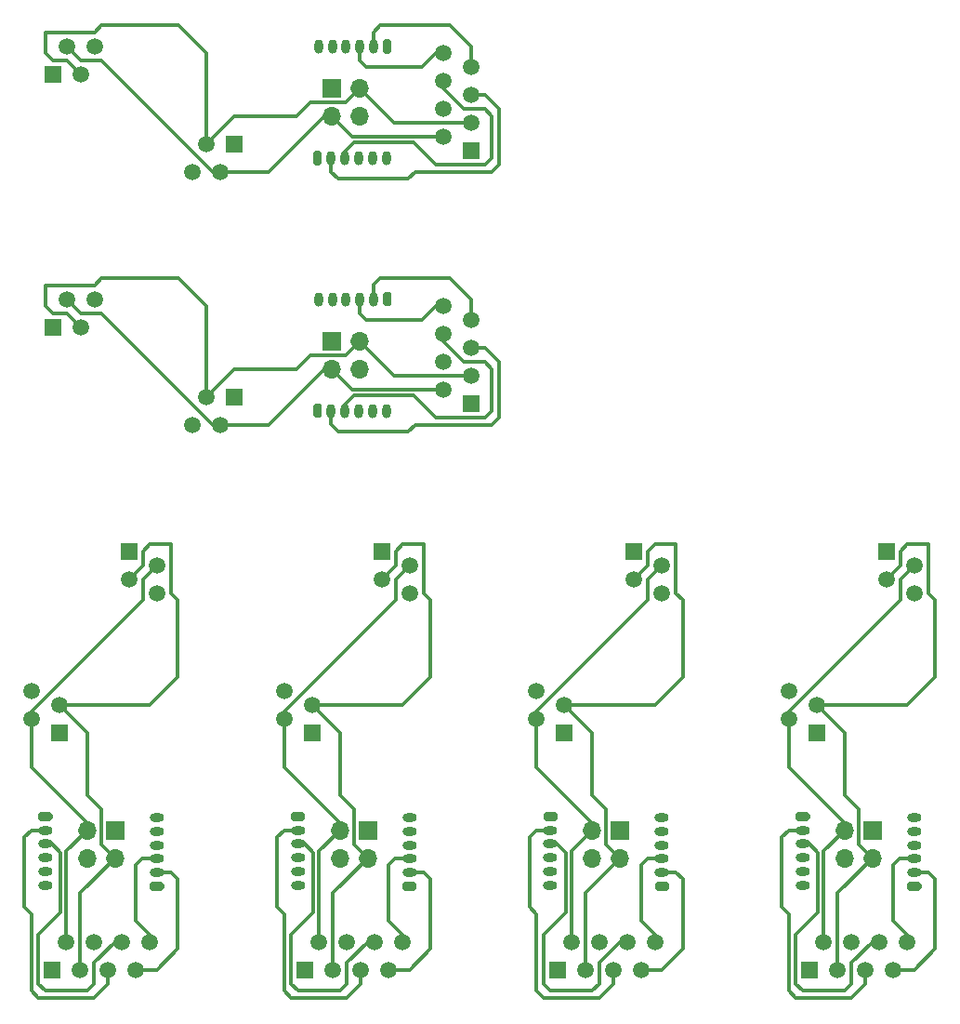
<source format=gbl>
%MOIN*%
%OFA0B0*%
%FSLAX46Y46*%
%IPPOS*%
%LPD*%
%ADD10R,0.059055118110236227X0.059055118110236227*%
%ADD11C,0.059055118110236227*%
%ADD12R,0.066929133858267723X0.066929133858267723*%
%ADD13O,0.066929133858267723X0.066929133858267723*%
%ADD14O,0.051181102362204731X0.031496062992125991*%
%ADD15C,0.059842519685039376*%
%ADD16R,0.059842519685039376X0.059842519685039376*%
%ADD17C,0.012000000000000002*%
%ADD28R,0.059055118110236227X0.059055118110236227*%
%ADD29C,0.059055118110236227*%
%ADD30R,0.066929133858267723X0.066929133858267723*%
%ADD31O,0.066929133858267723X0.066929133858267723*%
%ADD32O,0.031496062992125991X0.051181102362204731*%
%ADD33C,0.059842519685039376*%
%ADD34R,0.059842519685039376X0.059842519685039376*%
%ADD35C,0.012000000000000002*%
%ADD36R,0.059055118110236227X0.059055118110236227*%
%ADD37C,0.059055118110236227*%
%ADD38R,0.066929133858267723X0.066929133858267723*%
%ADD39O,0.066929133858267723X0.066929133858267723*%
%ADD40O,0.031496062992125991X0.051181102362204731*%
%ADD41C,0.059842519685039376*%
%ADD42R,0.059842519685039376X0.059842519685039376*%
%ADD43C,0.012000000000000002*%
%ADD44R,0.059055118110236227X0.059055118110236227*%
%ADD45C,0.059055118110236227*%
%ADD46R,0.066929133858267723X0.066929133858267723*%
%ADD47O,0.066929133858267723X0.066929133858267723*%
%ADD48O,0.051181102362204731X0.031496062992125991*%
%ADD49C,0.059842519685039376*%
%ADD50R,0.059842519685039376X0.059842519685039376*%
%ADD51C,0.012000000000000002*%
%ADD52R,0.059055118110236227X0.059055118110236227*%
%ADD53C,0.059055118110236227*%
%ADD54R,0.066929133858267723X0.066929133858267723*%
%ADD55O,0.066929133858267723X0.066929133858267723*%
%ADD56O,0.051181102362204731X0.031496062992125991*%
%ADD57C,0.059842519685039376*%
%ADD58R,0.059842519685039376X0.059842519685039376*%
%ADD59C,0.012000000000000002*%
%ADD60R,0.059055118110236227X0.059055118110236227*%
%ADD61C,0.059055118110236227*%
%ADD62R,0.066929133858267723X0.066929133858267723*%
%ADD63O,0.066929133858267723X0.066929133858267723*%
%ADD64O,0.051181102362204731X0.031496062992125991*%
%ADD65C,0.059842519685039376*%
%ADD66R,0.059842519685039376X0.059842519685039376*%
%ADD67C,0.012000000000000002*%
G01*
D10*
X-0004400000Y0006200000D02*
X0000224999Y0000400000D03*
D11*
X0000274999Y0000500000D03*
X0000324999Y0000400000D03*
X0000374999Y0000500000D03*
X0000425000Y0000400000D03*
X0000474999Y0000500000D03*
X0000524999Y0000400000D03*
X0000574999Y0000500000D03*
D12*
X0000449999Y0000900000D03*
D13*
X0000350000Y0000900000D03*
X0000449999Y0000800000D03*
X0000350000Y0000800000D03*
G36*
G01*
X0000182283Y0000965748D02*
X0000217716Y0000965748D01*
G75*
G02*
X0000225590Y0000957874J-0000007874D01*
G01*
X0000225590Y0000942125D01*
G75*
G02*
X0000217716Y0000934251I-0000007874D01*
G01*
X0000182283Y0000934251D01*
G75*
G02*
X0000174409Y0000942125J0000007874D01*
G01*
X0000174409Y0000957874D01*
G75*
G02*
X0000182283Y0000965748I0000007874D01*
G01*
G37*
D14*
X0000199999Y0000900787D03*
X0000199999Y0000851574D03*
X0000199999Y0000802362D03*
X0000199999Y0000753149D03*
X0000199999Y0000703937D03*
X0000599999Y0000946062D03*
X0000599999Y0000896850D03*
X0000599999Y0000847637D03*
X0000599999Y0000798425D03*
X0000599999Y0000749212D03*
G36*
G01*
X0000617716Y0000684251D02*
X0000582283Y0000684251D01*
G75*
G02*
X0000574409Y0000692125J0000007874D01*
G01*
X0000574409Y0000707874D01*
G75*
G02*
X0000582283Y0000715748I0000007874D01*
G01*
X0000617716Y0000715748D01*
G75*
G02*
X0000625590Y0000707874J-0000007874D01*
G01*
X0000625590Y0000692125D01*
G75*
G02*
X0000617716Y0000684251I-0000007874D01*
G01*
G37*
D15*
X0000599999Y0001750000D03*
X0000499999Y0001800000D03*
X0000599999Y0001850000D03*
D16*
X0000499999Y0001900000D03*
X0000249999Y0001250000D03*
D15*
X0000149999Y0001300000D03*
X0000249999Y0001350000D03*
X0000149999Y0001400000D03*
D17*
X0000274999Y0000500000D02*
X0000274999Y0000825000D01*
X0000274999Y0000825000D02*
X0000350000Y0000900000D01*
X0000350000Y0000900000D02*
X0000350000Y0000925000D01*
X0000149999Y0001125000D02*
X0000149999Y0001300000D01*
X0000350000Y0000925000D02*
X0000149999Y0001125000D01*
X0000149999Y0001300000D02*
X0000149999Y0001325000D01*
X0000549999Y0001800000D02*
X0000599999Y0001850000D01*
X0000549999Y0001725000D02*
X0000549999Y0001800000D01*
X0000149999Y0001325000D02*
X0000549999Y0001725000D01*
X0000324999Y0000400000D02*
X0000324999Y0000675000D01*
X0000324999Y0000675000D02*
X0000449999Y0000800000D01*
X0000449999Y0000800000D02*
X0000399999Y0000850000D01*
X0000350000Y0001250000D02*
X0000249999Y0001350000D01*
X0000350000Y0001025000D02*
X0000350000Y0001250000D01*
X0000399999Y0000975000D02*
X0000350000Y0001025000D01*
X0000399999Y0000850000D02*
X0000399999Y0000975000D01*
X0000499999Y0001800000D02*
X0000549999Y0001850000D01*
X0000574999Y0001350000D02*
X0000249999Y0001350000D01*
X0000674999Y0001450000D02*
X0000574999Y0001350000D01*
X0000674999Y0001725000D02*
X0000674999Y0001450000D01*
X0000650000Y0001750000D02*
X0000674999Y0001725000D01*
X0000650000Y0001925000D02*
X0000650000Y0001750000D01*
X0000574999Y0001925000D02*
X0000650000Y0001925000D01*
X0000549999Y0001900000D02*
X0000574999Y0001925000D01*
X0000549999Y0001850000D02*
X0000549999Y0001900000D01*
X0000425000Y0000400000D02*
X0000425000Y0000350000D01*
X0000150787Y0000900787D02*
X0000199999Y0000900787D01*
X0000124999Y0000875000D02*
X0000150787Y0000900787D01*
X0000124999Y0000625000D02*
X0000124999Y0000875000D01*
X0000149999Y0000600000D02*
X0000124999Y0000625000D01*
X0000149999Y0000325000D02*
X0000149999Y0000600000D01*
X0000174999Y0000300000D02*
X0000149999Y0000325000D01*
X0000374999Y0000300000D02*
X0000174999Y0000300000D01*
X0000425000Y0000350000D02*
X0000374999Y0000300000D01*
X0000474999Y0000500000D02*
X0000449999Y0000500000D01*
X0000223425Y0000851574D02*
X0000199999Y0000851574D01*
X0000255125Y0000819874D02*
X0000223425Y0000851574D01*
X0000255125Y0000605125D02*
X0000255125Y0000819874D01*
X0000174999Y0000525000D02*
X0000255125Y0000605125D01*
X0000174999Y0000350000D02*
X0000174999Y0000525000D01*
X0000199999Y0000325000D02*
X0000174999Y0000350000D01*
X0000350000Y0000325000D02*
X0000199999Y0000325000D01*
X0000374999Y0000350000D02*
X0000350000Y0000325000D01*
X0000374999Y0000425000D02*
X0000374999Y0000350000D01*
X0000449999Y0000500000D02*
X0000374999Y0000425000D01*
X0000574999Y0000500000D02*
X0000574999Y0000525000D01*
X0000548425Y0000798425D02*
X0000599999Y0000798425D01*
X0000524999Y0000775000D02*
X0000548425Y0000798425D01*
X0000524999Y0000575000D02*
X0000524999Y0000775000D01*
X0000574999Y0000525000D02*
X0000524999Y0000575000D01*
X0000524999Y0000400000D02*
X0000599999Y0000400000D01*
X0000650787Y0000749212D02*
X0000599999Y0000749212D01*
X0000674999Y0000725000D02*
X0000650787Y0000749212D01*
X0000674999Y0000475000D02*
X0000674999Y0000725000D01*
X0000599999Y0000400000D02*
X0000674999Y0000475000D01*
G04 next file*
G04 #@! TF.GenerationSoftware,KiCad,Pcbnew,(5.1.10)-1*
G04 #@! TF.CreationDate,2021-10-24T19:52:58-07:00*
G04 #@! TF.ProjectId,project,70726f6a-6563-4742-9e6b-696361645f70,rev?*
G04 #@! TF.SameCoordinates,Original*
G04 #@! TF.FileFunction,Copper,L2,Bot*
G04 #@! TF.FilePolarity,Positive*
G04 Gerber Fmt 4.6, Leading zero omitted, Abs format (unit mm)*
G04 Created by KiCad (PCBNEW (5.1.10)-1) date 2021-10-24 19:52:58*
G01*
G04 APERTURE LIST*
G04 #@! TA.AperFunction,ComponentPad*
G04 #@! TD*
G04 #@! TA.AperFunction,ComponentPad*
G04 #@! TD*
G04 #@! TA.AperFunction,ComponentPad*
G04 #@! TD*
G04 #@! TA.AperFunction,ComponentPad*
G04 #@! TD*
G04 #@! TA.AperFunction,ComponentPad*
G04 #@! TD*
G04 #@! TA.AperFunction,ComponentPad*
G04 #@! TD*
G04 #@! TA.AperFunction,ComponentPad*
G04 #@! TD*
G04 #@! TA.AperFunction,Conductor*
G04 #@! TD*
G04 APERTURE END LIST*
D28*
X-0004074015Y-0002195275D02*
X0001725984Y0002429724D03*
D29*
X0001625984Y0002479724D03*
X0001725984Y0002529724D03*
X0001625984Y0002579724D03*
X0001725984Y0002629724D03*
X0001625984Y0002679724D03*
X0001725984Y0002729724D03*
X0001625984Y0002779724D03*
D30*
X0001225984Y0002654724D03*
D31*
X0001225984Y0002554724D03*
X0001325984Y0002654724D03*
X0001325984Y0002554724D03*
G04 #@! TA.AperFunction,ComponentPad*
G36*
G01*
X0001160236Y0002387007D02*
X0001160236Y0002422440D01*
G75*
G02*
X0001168110Y0002430314I0000007874D01*
G01*
X0001183858Y0002430314D01*
G75*
G02*
X0001191732Y0002422440J-0000007874D01*
G01*
X0001191732Y0002387007D01*
G75*
G02*
X0001183858Y0002379133I-0000007874D01*
G01*
X0001168110Y0002379133D01*
G75*
G02*
X0001160236Y0002387007J0000007874D01*
G01*
G37*
G04 #@! TD.AperFunction*
D32*
X0001225197Y0002404724D03*
X0001274409Y0002404724D03*
X0001323622Y0002404724D03*
X0001372834Y0002404724D03*
X0001422047Y0002404724D03*
X0001179921Y0002804724D03*
X0001229134Y0002804724D03*
X0001278346Y0002804724D03*
X0001327559Y0002804724D03*
X0001376771Y0002804724D03*
G04 #@! TA.AperFunction,ComponentPad*
G36*
G01*
X0001441732Y0002822440D02*
X0001441732Y0002787007D01*
G75*
G02*
X0001433858Y0002779133I-0000007874D01*
G01*
X0001418110Y0002779133D01*
G75*
G02*
X0001410236Y0002787007J0000007874D01*
G01*
X0001410236Y0002822440D01*
G75*
G02*
X0001418110Y0002830314I0000007874D01*
G01*
X0001433858Y0002830314D01*
G75*
G02*
X0001441732Y0002822440J-0000007874D01*
G01*
G37*
G04 #@! TD.AperFunction*
D33*
X0000375984Y0002804724D03*
X0000325984Y0002704724D03*
X0000275984Y0002804724D03*
D34*
X0000225984Y0002704724D03*
X0000875984Y0002454724D03*
D33*
X0000825984Y0002354724D03*
X0000775984Y0002454724D03*
X0000725984Y0002354724D03*
D35*
X0001625984Y0002479724D02*
X0001300984Y0002479724D01*
X0001300984Y0002479724D02*
X0001225984Y0002554724D01*
X0001225984Y0002554724D02*
X0001200984Y0002554724D01*
X0001000984Y0002354724D02*
X0000825984Y0002354724D01*
X0001200984Y0002554724D02*
X0001000984Y0002354724D01*
X0000825984Y0002354724D02*
X0000800984Y0002354724D01*
X0000325984Y0002754724D02*
X0000275984Y0002804724D01*
X0000400984Y0002754724D02*
X0000325984Y0002754724D01*
X0000800984Y0002354724D02*
X0000400984Y0002754724D01*
X0001725984Y0002529724D02*
X0001450984Y0002529724D01*
X0001450984Y0002529724D02*
X0001325984Y0002654724D01*
X0001325984Y0002654724D02*
X0001275984Y0002604724D01*
X0000875984Y0002554724D02*
X0000775984Y0002454724D01*
X0001100984Y0002554724D02*
X0000875984Y0002554724D01*
X0001150984Y0002604724D02*
X0001100984Y0002554724D01*
X0001275984Y0002604724D02*
X0001150984Y0002604724D01*
X0000325984Y0002704724D02*
X0000275984Y0002754724D01*
X0000775984Y0002779724D02*
X0000775984Y0002454724D01*
X0000675984Y0002879724D02*
X0000775984Y0002779724D01*
X0000400984Y0002879724D02*
X0000675984Y0002879724D01*
X0000375984Y0002854724D02*
X0000400984Y0002879724D01*
X0000200984Y0002854724D02*
X0000375984Y0002854724D01*
X0000200984Y0002779724D02*
X0000200984Y0002854724D01*
X0000225984Y0002754724D02*
X0000200984Y0002779724D01*
X0000275984Y0002754724D02*
X0000225984Y0002754724D01*
X0001725984Y0002629724D02*
X0001775984Y0002629724D01*
X0001225197Y0002355511D02*
X0001225197Y0002404724D01*
X0001250984Y0002329724D02*
X0001225197Y0002355511D01*
X0001500984Y0002329724D02*
X0001250984Y0002329724D01*
X0001525984Y0002354724D02*
X0001500984Y0002329724D01*
X0001800984Y0002354724D02*
X0001525984Y0002354724D01*
X0001825984Y0002379724D02*
X0001800984Y0002354724D01*
X0001825984Y0002579724D02*
X0001825984Y0002379724D01*
X0001775984Y0002629724D02*
X0001825984Y0002579724D01*
X0001625984Y0002679724D02*
X0001625984Y0002654724D01*
X0001274409Y0002428149D02*
X0001274409Y0002404724D01*
X0001306110Y0002459850D02*
X0001274409Y0002428149D01*
X0001520858Y0002459850D02*
X0001306110Y0002459850D01*
X0001600984Y0002379724D02*
X0001520858Y0002459850D01*
X0001775984Y0002379724D02*
X0001600984Y0002379724D01*
X0001800984Y0002404724D02*
X0001775984Y0002379724D01*
X0001800984Y0002554724D02*
X0001800984Y0002404724D01*
X0001775984Y0002579724D02*
X0001800984Y0002554724D01*
X0001700984Y0002579724D02*
X0001775984Y0002579724D01*
X0001625984Y0002654724D02*
X0001700984Y0002579724D01*
X0001625984Y0002779724D02*
X0001600984Y0002779724D01*
X0001327559Y0002753149D02*
X0001327559Y0002804724D01*
X0001350984Y0002729724D02*
X0001327559Y0002753149D01*
X0001550984Y0002729724D02*
X0001350984Y0002729724D01*
X0001600984Y0002779724D02*
X0001550984Y0002729724D01*
X0001725984Y0002729724D02*
X0001725984Y0002804724D01*
X0001376771Y0002855511D02*
X0001376771Y0002804724D01*
X0001400984Y0002879724D02*
X0001376771Y0002855511D01*
X0001650984Y0002879724D02*
X0001400984Y0002879724D01*
X0001725984Y0002804724D02*
X0001650984Y0002879724D01*
G04 next file*
G04 #@! TF.GenerationSoftware,KiCad,Pcbnew,(5.1.10)-1*
G04 #@! TF.CreationDate,2021-10-24T19:52:58-07:00*
G04 #@! TF.ProjectId,project,70726f6a-6563-4742-9e6b-696361645f70,rev?*
G04 #@! TF.SameCoordinates,Original*
G04 #@! TF.FileFunction,Copper,L2,Bot*
G04 #@! TF.FilePolarity,Positive*
G04 Gerber Fmt 4.6, Leading zero omitted, Abs format (unit mm)*
G04 Created by KiCad (PCBNEW (5.1.10)-1) date 2021-10-24 19:52:58*
G01*
G04 APERTURE LIST*
G04 #@! TA.AperFunction,ComponentPad*
G04 #@! TD*
G04 #@! TA.AperFunction,ComponentPad*
G04 #@! TD*
G04 #@! TA.AperFunction,ComponentPad*
G04 #@! TD*
G04 #@! TA.AperFunction,ComponentPad*
G04 #@! TD*
G04 #@! TA.AperFunction,ComponentPad*
G04 #@! TD*
G04 #@! TA.AperFunction,ComponentPad*
G04 #@! TD*
G04 #@! TA.AperFunction,ComponentPad*
G04 #@! TD*
G04 #@! TA.AperFunction,Conductor*
G04 #@! TD*
G04 APERTURE END LIST*
D36*
X-0004074015Y-0001289763D02*
X0001725984Y0003335236D03*
D37*
X0001625984Y0003385236D03*
X0001725984Y0003435236D03*
X0001625984Y0003485236D03*
X0001725984Y0003535236D03*
X0001625984Y0003585236D03*
X0001725984Y0003635236D03*
X0001625984Y0003685236D03*
D38*
X0001225984Y0003560236D03*
D39*
X0001225984Y0003460236D03*
X0001325984Y0003560236D03*
X0001325984Y0003460236D03*
G04 #@! TA.AperFunction,ComponentPad*
G36*
G01*
X0001160236Y0003292519D02*
X0001160236Y0003327952D01*
G75*
G02*
X0001168110Y0003335826I0000007874D01*
G01*
X0001183858Y0003335826D01*
G75*
G02*
X0001191732Y0003327952J-0000007874D01*
G01*
X0001191732Y0003292519D01*
G75*
G02*
X0001183858Y0003284645I-0000007874D01*
G01*
X0001168110Y0003284645D01*
G75*
G02*
X0001160236Y0003292519J0000007874D01*
G01*
G37*
G04 #@! TD.AperFunction*
D40*
X0001225197Y0003310236D03*
X0001274409Y0003310236D03*
X0001323622Y0003310236D03*
X0001372834Y0003310236D03*
X0001422047Y0003310236D03*
X0001179921Y0003710236D03*
X0001229134Y0003710236D03*
X0001278346Y0003710236D03*
X0001327559Y0003710236D03*
X0001376771Y0003710236D03*
G04 #@! TA.AperFunction,ComponentPad*
G36*
G01*
X0001441732Y0003727952D02*
X0001441732Y0003692519D01*
G75*
G02*
X0001433858Y0003684645I-0000007874D01*
G01*
X0001418110Y0003684645D01*
G75*
G02*
X0001410236Y0003692519J0000007874D01*
G01*
X0001410236Y0003727952D01*
G75*
G02*
X0001418110Y0003735826I0000007874D01*
G01*
X0001433858Y0003735826D01*
G75*
G02*
X0001441732Y0003727952J-0000007874D01*
G01*
G37*
G04 #@! TD.AperFunction*
D41*
X0000375984Y0003710236D03*
X0000325984Y0003610236D03*
X0000275984Y0003710236D03*
D42*
X0000225984Y0003610236D03*
X0000875984Y0003360236D03*
D41*
X0000825984Y0003260236D03*
X0000775984Y0003360236D03*
X0000725984Y0003260236D03*
D43*
X0001625984Y0003385236D02*
X0001300984Y0003385236D01*
X0001300984Y0003385236D02*
X0001225984Y0003460236D01*
X0001225984Y0003460236D02*
X0001200984Y0003460236D01*
X0001000984Y0003260236D02*
X0000825984Y0003260236D01*
X0001200984Y0003460236D02*
X0001000984Y0003260236D01*
X0000825984Y0003260236D02*
X0000800984Y0003260236D01*
X0000325984Y0003660236D02*
X0000275984Y0003710236D01*
X0000400984Y0003660236D02*
X0000325984Y0003660236D01*
X0000800984Y0003260236D02*
X0000400984Y0003660236D01*
X0001725984Y0003435236D02*
X0001450984Y0003435236D01*
X0001450984Y0003435236D02*
X0001325984Y0003560236D01*
X0001325984Y0003560236D02*
X0001275984Y0003510236D01*
X0000875984Y0003460236D02*
X0000775984Y0003360236D01*
X0001100984Y0003460236D02*
X0000875984Y0003460236D01*
X0001150984Y0003510236D02*
X0001100984Y0003460236D01*
X0001275984Y0003510236D02*
X0001150984Y0003510236D01*
X0000325984Y0003610236D02*
X0000275984Y0003660236D01*
X0000775984Y0003685236D02*
X0000775984Y0003360236D01*
X0000675984Y0003785236D02*
X0000775984Y0003685236D01*
X0000400984Y0003785236D02*
X0000675984Y0003785236D01*
X0000375984Y0003760236D02*
X0000400984Y0003785236D01*
X0000200984Y0003760236D02*
X0000375984Y0003760236D01*
X0000200984Y0003685236D02*
X0000200984Y0003760236D01*
X0000225984Y0003660236D02*
X0000200984Y0003685236D01*
X0000275984Y0003660236D02*
X0000225984Y0003660236D01*
X0001725984Y0003535236D02*
X0001775984Y0003535236D01*
X0001225197Y0003261023D02*
X0001225197Y0003310236D01*
X0001250984Y0003235236D02*
X0001225197Y0003261023D01*
X0001500984Y0003235236D02*
X0001250984Y0003235236D01*
X0001525984Y0003260236D02*
X0001500984Y0003235236D01*
X0001800984Y0003260236D02*
X0001525984Y0003260236D01*
X0001825984Y0003285236D02*
X0001800984Y0003260236D01*
X0001825984Y0003485236D02*
X0001825984Y0003285236D01*
X0001775984Y0003535236D02*
X0001825984Y0003485236D01*
X0001625984Y0003585236D02*
X0001625984Y0003560236D01*
X0001274409Y0003333661D02*
X0001274409Y0003310236D01*
X0001306110Y0003365362D02*
X0001274409Y0003333661D01*
X0001520858Y0003365362D02*
X0001306110Y0003365362D01*
X0001600984Y0003285236D02*
X0001520858Y0003365362D01*
X0001775984Y0003285236D02*
X0001600984Y0003285236D01*
X0001800984Y0003310236D02*
X0001775984Y0003285236D01*
X0001800984Y0003460236D02*
X0001800984Y0003310236D01*
X0001775984Y0003485236D02*
X0001800984Y0003460236D01*
X0001700984Y0003485236D02*
X0001775984Y0003485236D01*
X0001625984Y0003560236D02*
X0001700984Y0003485236D01*
X0001625984Y0003685236D02*
X0001600984Y0003685236D01*
X0001327559Y0003658661D02*
X0001327559Y0003710236D01*
X0001350984Y0003635236D02*
X0001327559Y0003658661D01*
X0001550984Y0003635236D02*
X0001350984Y0003635236D01*
X0001600984Y0003685236D02*
X0001550984Y0003635236D01*
X0001725984Y0003635236D02*
X0001725984Y0003710236D01*
X0001376771Y0003761023D02*
X0001376771Y0003710236D01*
X0001400984Y0003785236D02*
X0001376771Y0003761023D01*
X0001650984Y0003785236D02*
X0001400984Y0003785236D01*
X0001725984Y0003710236D02*
X0001650984Y0003785236D01*
G04 next file*
G04 #@! TF.GenerationSoftware,KiCad,Pcbnew,(5.1.10)-1*
G04 #@! TF.CreationDate,2021-10-24T19:52:58-07:00*
G04 #@! TF.ProjectId,project,70726f6a-6563-4742-9e6b-696361645f70,rev?*
G04 #@! TF.SameCoordinates,Original*
G04 #@! TF.FileFunction,Copper,L2,Bot*
G04 #@! TF.FilePolarity,Positive*
G04 Gerber Fmt 4.6, Leading zero omitted, Abs format (unit mm)*
G04 Created by KiCad (PCBNEW (5.1.10)-1) date 2021-10-24 19:52:58*
G01*
G04 APERTURE LIST*
G04 #@! TA.AperFunction,ComponentPad*
G04 #@! TD*
G04 #@! TA.AperFunction,ComponentPad*
G04 #@! TD*
G04 #@! TA.AperFunction,ComponentPad*
G04 #@! TD*
G04 #@! TA.AperFunction,ComponentPad*
G04 #@! TD*
G04 #@! TA.AperFunction,ComponentPad*
G04 #@! TD*
G04 #@! TA.AperFunction,ComponentPad*
G04 #@! TD*
G04 #@! TA.AperFunction,ComponentPad*
G04 #@! TD*
G04 #@! TA.AperFunction,Conductor*
G04 #@! TD*
G04 APERTURE END LIST*
D44*
X-0003494488Y0006200000D02*
X0001130511Y0000400000D03*
D45*
X0001180511Y0000500000D03*
X0001230511Y0000400000D03*
X0001280511Y0000500000D03*
X0001330511Y0000400000D03*
X0001380511Y0000500000D03*
X0001430511Y0000400000D03*
X0001480511Y0000500000D03*
D46*
X0001355511Y0000900000D03*
D47*
X0001255511Y0000900000D03*
X0001355511Y0000800000D03*
X0001255511Y0000800000D03*
G04 #@! TA.AperFunction,ComponentPad*
G36*
G01*
X0001087795Y0000965748D02*
X0001123228Y0000965748D01*
G75*
G02*
X0001131102Y0000957874J-0000007874D01*
G01*
X0001131102Y0000942125D01*
G75*
G02*
X0001123228Y0000934251I-0000007874D01*
G01*
X0001087795Y0000934251D01*
G75*
G02*
X0001079921Y0000942125J0000007874D01*
G01*
X0001079921Y0000957874D01*
G75*
G02*
X0001087795Y0000965748I0000007874D01*
G01*
G37*
G04 #@! TD.AperFunction*
D48*
X0001105511Y0000900787D03*
X0001105511Y0000851574D03*
X0001105511Y0000802362D03*
X0001105511Y0000753149D03*
X0001105511Y0000703937D03*
X0001505511Y0000946062D03*
X0001505511Y0000896850D03*
X0001505511Y0000847637D03*
X0001505511Y0000798425D03*
X0001505511Y0000749212D03*
G04 #@! TA.AperFunction,ComponentPad*
G36*
G01*
X0001523228Y0000684251D02*
X0001487795Y0000684251D01*
G75*
G02*
X0001479921Y0000692125J0000007874D01*
G01*
X0001479921Y0000707874D01*
G75*
G02*
X0001487795Y0000715748I0000007874D01*
G01*
X0001523228Y0000715748D01*
G75*
G02*
X0001531102Y0000707874J-0000007874D01*
G01*
X0001531102Y0000692125D01*
G75*
G02*
X0001523228Y0000684251I-0000007874D01*
G01*
G37*
G04 #@! TD.AperFunction*
D49*
X0001505511Y0001750000D03*
X0001405511Y0001800000D03*
X0001505511Y0001850000D03*
D50*
X0001405511Y0001900000D03*
X0001155511Y0001250000D03*
D49*
X0001055511Y0001300000D03*
X0001155511Y0001350000D03*
X0001055511Y0001400000D03*
D51*
X0001180511Y0000500000D02*
X0001180511Y0000825000D01*
X0001180511Y0000825000D02*
X0001255511Y0000900000D01*
X0001255511Y0000900000D02*
X0001255511Y0000925000D01*
X0001055511Y0001125000D02*
X0001055511Y0001300000D01*
X0001255511Y0000925000D02*
X0001055511Y0001125000D01*
X0001055511Y0001300000D02*
X0001055511Y0001325000D01*
X0001455511Y0001800000D02*
X0001505511Y0001850000D01*
X0001455511Y0001725000D02*
X0001455511Y0001800000D01*
X0001055511Y0001325000D02*
X0001455511Y0001725000D01*
X0001230511Y0000400000D02*
X0001230511Y0000675000D01*
X0001230511Y0000675000D02*
X0001355511Y0000800000D01*
X0001355511Y0000800000D02*
X0001305511Y0000850000D01*
X0001255511Y0001250000D02*
X0001155511Y0001350000D01*
X0001255511Y0001025000D02*
X0001255511Y0001250000D01*
X0001305511Y0000975000D02*
X0001255511Y0001025000D01*
X0001305511Y0000850000D02*
X0001305511Y0000975000D01*
X0001405511Y0001800000D02*
X0001455511Y0001850000D01*
X0001480511Y0001350000D02*
X0001155511Y0001350000D01*
X0001580511Y0001450000D02*
X0001480511Y0001350000D01*
X0001580511Y0001725000D02*
X0001580511Y0001450000D01*
X0001555511Y0001750000D02*
X0001580511Y0001725000D01*
X0001555511Y0001925000D02*
X0001555511Y0001750000D01*
X0001480511Y0001925000D02*
X0001555511Y0001925000D01*
X0001455511Y0001900000D02*
X0001480511Y0001925000D01*
X0001455511Y0001850000D02*
X0001455511Y0001900000D01*
X0001330511Y0000400000D02*
X0001330511Y0000350000D01*
X0001056299Y0000900787D02*
X0001105511Y0000900787D01*
X0001030511Y0000875000D02*
X0001056299Y0000900787D01*
X0001030511Y0000625000D02*
X0001030511Y0000875000D01*
X0001055511Y0000600000D02*
X0001030511Y0000625000D01*
X0001055511Y0000325000D02*
X0001055511Y0000600000D01*
X0001080511Y0000300000D02*
X0001055511Y0000325000D01*
X0001280511Y0000300000D02*
X0001080511Y0000300000D01*
X0001330511Y0000350000D02*
X0001280511Y0000300000D01*
X0001380511Y0000500000D02*
X0001355511Y0000500000D01*
X0001128936Y0000851574D02*
X0001105511Y0000851574D01*
X0001160637Y0000819874D02*
X0001128936Y0000851574D01*
X0001160637Y0000605125D02*
X0001160637Y0000819874D01*
X0001080511Y0000525000D02*
X0001160637Y0000605125D01*
X0001080511Y0000350000D02*
X0001080511Y0000525000D01*
X0001105511Y0000325000D02*
X0001080511Y0000350000D01*
X0001255511Y0000325000D02*
X0001105511Y0000325000D01*
X0001280511Y0000350000D02*
X0001255511Y0000325000D01*
X0001280511Y0000425000D02*
X0001280511Y0000350000D01*
X0001355511Y0000500000D02*
X0001280511Y0000425000D01*
X0001480511Y0000500000D02*
X0001480511Y0000525000D01*
X0001453936Y0000798425D02*
X0001505511Y0000798425D01*
X0001430511Y0000775000D02*
X0001453936Y0000798425D01*
X0001430511Y0000575000D02*
X0001430511Y0000775000D01*
X0001480511Y0000525000D02*
X0001430511Y0000575000D01*
X0001430511Y0000400000D02*
X0001505511Y0000400000D01*
X0001556299Y0000749212D02*
X0001505511Y0000749212D01*
X0001580511Y0000725000D02*
X0001556299Y0000749212D01*
X0001580511Y0000475000D02*
X0001580511Y0000725000D01*
X0001505511Y0000400000D02*
X0001580511Y0000475000D01*
G04 next file*
G04 #@! TF.GenerationSoftware,KiCad,Pcbnew,(5.1.10)-1*
G04 #@! TF.CreationDate,2021-10-24T19:52:58-07:00*
G04 #@! TF.ProjectId,project,70726f6a-6563-4742-9e6b-696361645f70,rev?*
G04 #@! TF.SameCoordinates,Original*
G04 #@! TF.FileFunction,Copper,L2,Bot*
G04 #@! TF.FilePolarity,Positive*
G04 Gerber Fmt 4.6, Leading zero omitted, Abs format (unit mm)*
G04 Created by KiCad (PCBNEW (5.1.10)-1) date 2021-10-24 19:52:58*
G01*
G04 APERTURE LIST*
G04 #@! TA.AperFunction,ComponentPad*
G04 #@! TD*
G04 #@! TA.AperFunction,ComponentPad*
G04 #@! TD*
G04 #@! TA.AperFunction,ComponentPad*
G04 #@! TD*
G04 #@! TA.AperFunction,ComponentPad*
G04 #@! TD*
G04 #@! TA.AperFunction,ComponentPad*
G04 #@! TD*
G04 #@! TA.AperFunction,ComponentPad*
G04 #@! TD*
G04 #@! TA.AperFunction,ComponentPad*
G04 #@! TD*
G04 #@! TA.AperFunction,Conductor*
G04 #@! TD*
G04 APERTURE END LIST*
D52*
X-0002588976Y0006200000D02*
X0002036023Y0000400000D03*
D53*
X0002086023Y0000500000D03*
X0002136023Y0000400000D03*
X0002186023Y0000500000D03*
X0002236023Y0000400000D03*
X0002286023Y0000500000D03*
X0002336023Y0000400000D03*
X0002386023Y0000500000D03*
D54*
X0002261023Y0000900000D03*
D55*
X0002161023Y0000900000D03*
X0002261023Y0000800000D03*
X0002161023Y0000800000D03*
G04 #@! TA.AperFunction,ComponentPad*
G36*
G01*
X0001993307Y0000965748D02*
X0002028740Y0000965748D01*
G75*
G02*
X0002036614Y0000957874J-0000007874D01*
G01*
X0002036614Y0000942125D01*
G75*
G02*
X0002028740Y0000934251I-0000007874D01*
G01*
X0001993307Y0000934251D01*
G75*
G02*
X0001985433Y0000942125J0000007874D01*
G01*
X0001985433Y0000957874D01*
G75*
G02*
X0001993307Y0000965748I0000007874D01*
G01*
G37*
G04 #@! TD.AperFunction*
D56*
X0002011023Y0000900787D03*
X0002011023Y0000851574D03*
X0002011023Y0000802362D03*
X0002011023Y0000753149D03*
X0002011023Y0000703937D03*
X0002411023Y0000946062D03*
X0002411023Y0000896850D03*
X0002411023Y0000847637D03*
X0002411023Y0000798425D03*
X0002411023Y0000749212D03*
G04 #@! TA.AperFunction,ComponentPad*
G36*
G01*
X0002428740Y0000684251D02*
X0002393307Y0000684251D01*
G75*
G02*
X0002385433Y0000692125J0000007874D01*
G01*
X0002385433Y0000707874D01*
G75*
G02*
X0002393307Y0000715748I0000007874D01*
G01*
X0002428740Y0000715748D01*
G75*
G02*
X0002436614Y0000707874J-0000007874D01*
G01*
X0002436614Y0000692125D01*
G75*
G02*
X0002428740Y0000684251I-0000007874D01*
G01*
G37*
G04 #@! TD.AperFunction*
D57*
X0002411023Y0001750000D03*
X0002311023Y0001800000D03*
X0002411023Y0001850000D03*
D58*
X0002311023Y0001900000D03*
X0002061023Y0001250000D03*
D57*
X0001961023Y0001300000D03*
X0002061023Y0001350000D03*
X0001961023Y0001400000D03*
D59*
X0002086023Y0000500000D02*
X0002086023Y0000825000D01*
X0002086023Y0000825000D02*
X0002161023Y0000900000D01*
X0002161023Y0000900000D02*
X0002161023Y0000925000D01*
X0001961023Y0001125000D02*
X0001961023Y0001300000D01*
X0002161023Y0000925000D02*
X0001961023Y0001125000D01*
X0001961023Y0001300000D02*
X0001961023Y0001325000D01*
X0002361023Y0001800000D02*
X0002411023Y0001850000D01*
X0002361023Y0001725000D02*
X0002361023Y0001800000D01*
X0001961023Y0001325000D02*
X0002361023Y0001725000D01*
X0002136023Y0000400000D02*
X0002136023Y0000675000D01*
X0002136023Y0000675000D02*
X0002261023Y0000800000D01*
X0002261023Y0000800000D02*
X0002211023Y0000850000D01*
X0002161023Y0001250000D02*
X0002061023Y0001350000D01*
X0002161023Y0001025000D02*
X0002161023Y0001250000D01*
X0002211023Y0000975000D02*
X0002161023Y0001025000D01*
X0002211023Y0000850000D02*
X0002211023Y0000975000D01*
X0002311023Y0001800000D02*
X0002361023Y0001850000D01*
X0002386023Y0001350000D02*
X0002061023Y0001350000D01*
X0002486023Y0001450000D02*
X0002386023Y0001350000D01*
X0002486023Y0001725000D02*
X0002486023Y0001450000D01*
X0002461023Y0001750000D02*
X0002486023Y0001725000D01*
X0002461023Y0001925000D02*
X0002461023Y0001750000D01*
X0002386023Y0001925000D02*
X0002461023Y0001925000D01*
X0002361023Y0001900000D02*
X0002386023Y0001925000D01*
X0002361023Y0001850000D02*
X0002361023Y0001900000D01*
X0002236023Y0000400000D02*
X0002236023Y0000350000D01*
X0001961811Y0000900787D02*
X0002011023Y0000900787D01*
X0001936023Y0000875000D02*
X0001961811Y0000900787D01*
X0001936023Y0000625000D02*
X0001936023Y0000875000D01*
X0001961023Y0000600000D02*
X0001936023Y0000625000D01*
X0001961023Y0000325000D02*
X0001961023Y0000600000D01*
X0001986023Y0000300000D02*
X0001961023Y0000325000D01*
X0002186023Y0000300000D02*
X0001986023Y0000300000D01*
X0002236023Y0000350000D02*
X0002186023Y0000300000D01*
X0002286023Y0000500000D02*
X0002261023Y0000500000D01*
X0002034448Y0000851574D02*
X0002011023Y0000851574D01*
X0002066149Y0000819874D02*
X0002034448Y0000851574D01*
X0002066149Y0000605125D02*
X0002066149Y0000819874D01*
X0001986023Y0000525000D02*
X0002066149Y0000605125D01*
X0001986023Y0000350000D02*
X0001986023Y0000525000D01*
X0002011023Y0000325000D02*
X0001986023Y0000350000D01*
X0002161023Y0000325000D02*
X0002011023Y0000325000D01*
X0002186023Y0000350000D02*
X0002161023Y0000325000D01*
X0002186023Y0000425000D02*
X0002186023Y0000350000D01*
X0002261023Y0000500000D02*
X0002186023Y0000425000D01*
X0002386023Y0000500000D02*
X0002386023Y0000525000D01*
X0002359448Y0000798425D02*
X0002411023Y0000798425D01*
X0002336023Y0000775000D02*
X0002359448Y0000798425D01*
X0002336023Y0000575000D02*
X0002336023Y0000775000D01*
X0002386023Y0000525000D02*
X0002336023Y0000575000D01*
X0002336023Y0000400000D02*
X0002411023Y0000400000D01*
X0002461810Y0000749212D02*
X0002411023Y0000749212D01*
X0002486023Y0000725000D02*
X0002461810Y0000749212D01*
X0002486023Y0000475000D02*
X0002486023Y0000725000D01*
X0002411023Y0000400000D02*
X0002486023Y0000475000D01*
G04 next file*
G04 #@! TF.GenerationSoftware,KiCad,Pcbnew,(5.1.10)-1*
G04 #@! TF.CreationDate,2021-10-24T19:52:58-07:00*
G04 #@! TF.ProjectId,project,70726f6a-6563-4742-9e6b-696361645f70,rev?*
G04 #@! TF.SameCoordinates,Original*
G04 #@! TF.FileFunction,Copper,L2,Bot*
G04 #@! TF.FilePolarity,Positive*
G04 Gerber Fmt 4.6, Leading zero omitted, Abs format (unit mm)*
G04 Created by KiCad (PCBNEW (5.1.10)-1) date 2021-10-24 19:52:58*
G01*
G04 APERTURE LIST*
G04 #@! TA.AperFunction,ComponentPad*
G04 #@! TD*
G04 #@! TA.AperFunction,ComponentPad*
G04 #@! TD*
G04 #@! TA.AperFunction,ComponentPad*
G04 #@! TD*
G04 #@! TA.AperFunction,ComponentPad*
G04 #@! TD*
G04 #@! TA.AperFunction,ComponentPad*
G04 #@! TD*
G04 #@! TA.AperFunction,ComponentPad*
G04 #@! TD*
G04 #@! TA.AperFunction,ComponentPad*
G04 #@! TD*
G04 #@! TA.AperFunction,Conductor*
G04 #@! TD*
G04 APERTURE END LIST*
D60*
X-0001683464Y0006200000D02*
X0002941535Y0000400000D03*
D61*
X0002991535Y0000500000D03*
X0003041535Y0000400000D03*
X0003091535Y0000500000D03*
X0003141535Y0000400000D03*
X0003191535Y0000500000D03*
X0003241535Y0000400000D03*
X0003291535Y0000500000D03*
D62*
X0003166535Y0000900000D03*
D63*
X0003066535Y0000900000D03*
X0003166535Y0000800000D03*
X0003066535Y0000800000D03*
G04 #@! TA.AperFunction,ComponentPad*
G36*
G01*
X0002898818Y0000965748D02*
X0002934251Y0000965748D01*
G75*
G02*
X0002942125Y0000957874J-0000007874D01*
G01*
X0002942125Y0000942125D01*
G75*
G02*
X0002934251Y0000934251I-0000007874D01*
G01*
X0002898818Y0000934251D01*
G75*
G02*
X0002890944Y0000942125J0000007874D01*
G01*
X0002890944Y0000957874D01*
G75*
G02*
X0002898818Y0000965748I0000007874D01*
G01*
G37*
G04 #@! TD.AperFunction*
D64*
X0002916535Y0000900787D03*
X0002916535Y0000851574D03*
X0002916535Y0000802362D03*
X0002916535Y0000753149D03*
X0002916535Y0000703937D03*
X0003316535Y0000946062D03*
X0003316535Y0000896850D03*
X0003316535Y0000847637D03*
X0003316535Y0000798425D03*
X0003316535Y0000749212D03*
G04 #@! TA.AperFunction,ComponentPad*
G36*
G01*
X0003334251Y0000684251D02*
X0003298818Y0000684251D01*
G75*
G02*
X0003290944Y0000692125J0000007874D01*
G01*
X0003290944Y0000707874D01*
G75*
G02*
X0003298818Y0000715748I0000007874D01*
G01*
X0003334251Y0000715748D01*
G75*
G02*
X0003342125Y0000707874J-0000007874D01*
G01*
X0003342125Y0000692125D01*
G75*
G02*
X0003334251Y0000684251I-0000007874D01*
G01*
G37*
G04 #@! TD.AperFunction*
D65*
X0003316535Y0001750000D03*
X0003216535Y0001800000D03*
X0003316535Y0001850000D03*
D66*
X0003216535Y0001900000D03*
X0002966535Y0001250000D03*
D65*
X0002866535Y0001300000D03*
X0002966535Y0001350000D03*
X0002866535Y0001400000D03*
D67*
X0002991535Y0000500000D02*
X0002991535Y0000825000D01*
X0002991535Y0000825000D02*
X0003066535Y0000900000D01*
X0003066535Y0000900000D02*
X0003066535Y0000925000D01*
X0002866535Y0001125000D02*
X0002866535Y0001300000D01*
X0003066535Y0000925000D02*
X0002866535Y0001125000D01*
X0002866535Y0001300000D02*
X0002866535Y0001325000D01*
X0003266535Y0001800000D02*
X0003316535Y0001850000D01*
X0003266535Y0001725000D02*
X0003266535Y0001800000D01*
X0002866535Y0001325000D02*
X0003266535Y0001725000D01*
X0003041535Y0000400000D02*
X0003041535Y0000675000D01*
X0003041535Y0000675000D02*
X0003166535Y0000800000D01*
X0003166535Y0000800000D02*
X0003116535Y0000850000D01*
X0003066535Y0001250000D02*
X0002966535Y0001350000D01*
X0003066535Y0001025000D02*
X0003066535Y0001250000D01*
X0003116535Y0000975000D02*
X0003066535Y0001025000D01*
X0003116535Y0000850000D02*
X0003116535Y0000975000D01*
X0003216535Y0001800000D02*
X0003266535Y0001850000D01*
X0003291535Y0001350000D02*
X0002966535Y0001350000D01*
X0003391535Y0001450000D02*
X0003291535Y0001350000D01*
X0003391535Y0001725000D02*
X0003391535Y0001450000D01*
X0003366535Y0001750000D02*
X0003391535Y0001725000D01*
X0003366535Y0001925000D02*
X0003366535Y0001750000D01*
X0003291535Y0001925000D02*
X0003366535Y0001925000D01*
X0003266535Y0001900000D02*
X0003291535Y0001925000D01*
X0003266535Y0001850000D02*
X0003266535Y0001900000D01*
X0003141535Y0000400000D02*
X0003141535Y0000350000D01*
X0002867322Y0000900787D02*
X0002916535Y0000900787D01*
X0002841535Y0000875000D02*
X0002867322Y0000900787D01*
X0002841535Y0000625000D02*
X0002841535Y0000875000D01*
X0002866535Y0000600000D02*
X0002841535Y0000625000D01*
X0002866535Y0000325000D02*
X0002866535Y0000600000D01*
X0002891535Y0000300000D02*
X0002866535Y0000325000D01*
X0003091535Y0000300000D02*
X0002891535Y0000300000D01*
X0003141535Y0000350000D02*
X0003091535Y0000300000D01*
X0003191535Y0000500000D02*
X0003166535Y0000500000D01*
X0002939960Y0000851574D02*
X0002916535Y0000851574D01*
X0002971661Y0000819874D02*
X0002939960Y0000851574D01*
X0002971661Y0000605125D02*
X0002971661Y0000819874D01*
X0002891535Y0000525000D02*
X0002971661Y0000605125D01*
X0002891535Y0000350000D02*
X0002891535Y0000525000D01*
X0002916535Y0000325000D02*
X0002891535Y0000350000D01*
X0003066535Y0000325000D02*
X0002916535Y0000325000D01*
X0003091535Y0000350000D02*
X0003066535Y0000325000D01*
X0003091535Y0000425000D02*
X0003091535Y0000350000D01*
X0003166535Y0000500000D02*
X0003091535Y0000425000D01*
X0003291535Y0000500000D02*
X0003291535Y0000525000D01*
X0003264960Y0000798425D02*
X0003316535Y0000798425D01*
X0003241535Y0000775000D02*
X0003264960Y0000798425D01*
X0003241535Y0000575000D02*
X0003241535Y0000775000D01*
X0003291535Y0000525000D02*
X0003241535Y0000575000D01*
X0003241535Y0000400000D02*
X0003316535Y0000400000D01*
X0003367322Y0000749212D02*
X0003316535Y0000749212D01*
X0003391535Y0000725000D02*
X0003367322Y0000749212D01*
X0003391535Y0000475000D02*
X0003391535Y0000725000D01*
X0003316535Y0000400000D02*
X0003391535Y0000475000D01*
M02*
</source>
